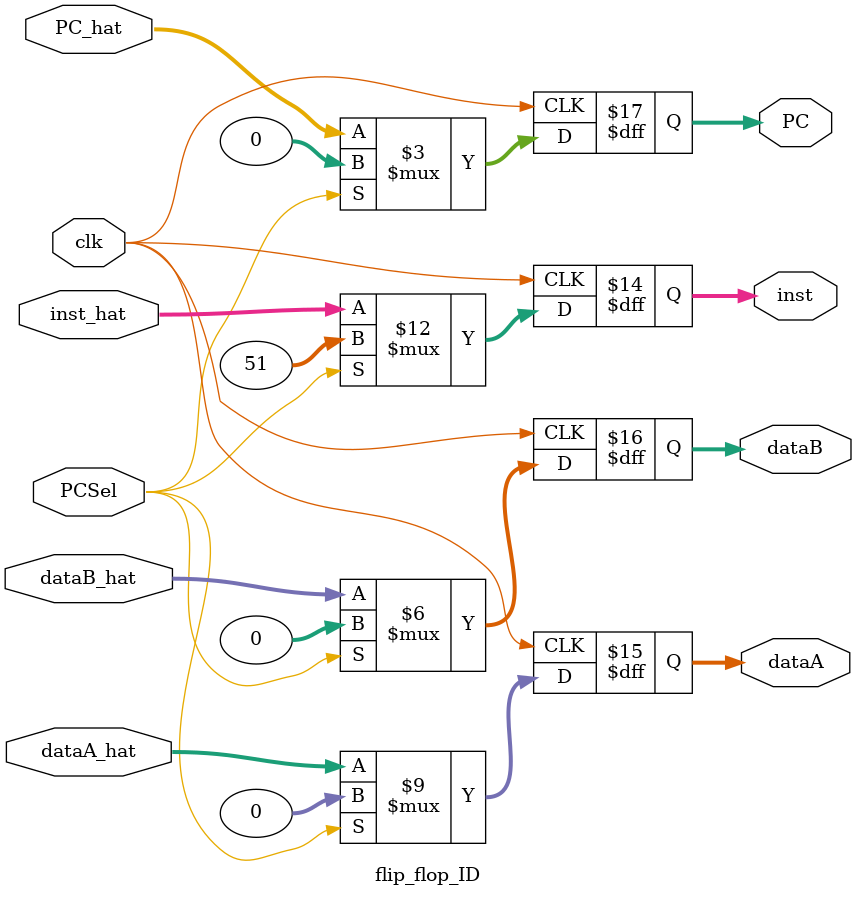
<source format=v>
module flip_flop_ID(inst_hat,dataA_hat,dataB_hat,PC_hat,inst,dataA,dataB,PC,PCSel,clk);
parameter	INST_LENGTH = 32;
parameter 	DATA_LENGTH = 32;
parameter	PC_LENGTH = 32;

input	[INST_LENGTH-1:0]	inst_hat;
input 	[DATA_LENGTH-1:0]	dataA_hat,dataB_hat;
input 	[PC_LENGTH-1:0]		PC_hat;
input 	PCSel;
input 	clk;

output reg [INST_LENGTH-1:0] 	inst;
output reg [DATA_LENGTH-1:0]	dataA,dataB;
output reg [PC_LENGTH-1:0]	PC;

always @(posedge clk)
begin
	if(PCSel)
		begin
			inst = 32'h00000033;
			dataA = 32'h00000000;
			dataB = 32'b00000000;
			PC = 32'h00000000;
		end 
	else
		begin
			inst = inst_hat;
			dataA = dataA_hat;
			dataB = dataB_hat;
			PC = PC_hat;
		end
    
end



endmodule  

</source>
